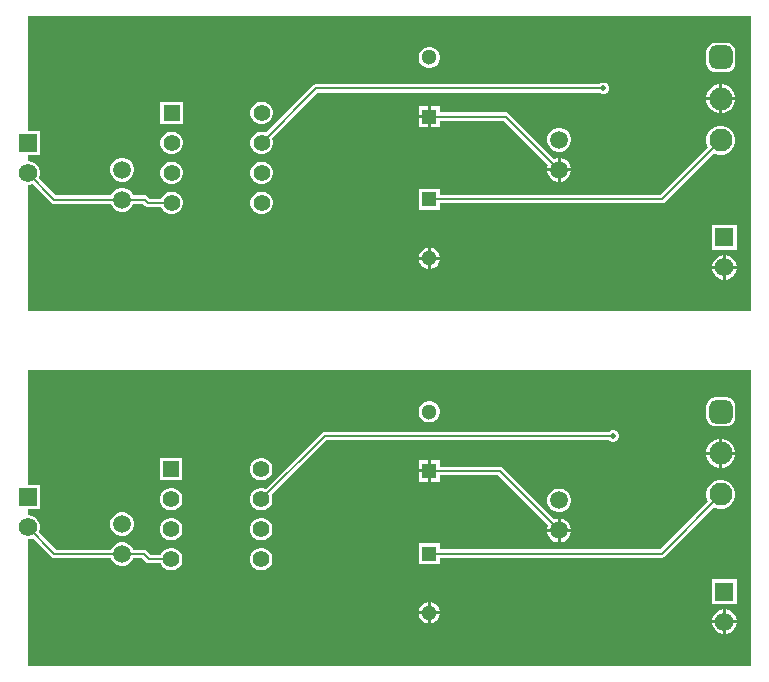
<source format=gbl>
G04*
G04 #@! TF.GenerationSoftware,Altium Limited,Altium Designer,23.1.1 (15)*
G04*
G04 Layer_Physical_Order=2*
G04 Layer_Color=16711680*
%FSLAX42Y42*%
%MOMM*%
G71*
G04*
G04 #@! TF.SameCoordinates,2A6C1220-FB5B-44CC-9D41-84C089C77491*
G04*
G04*
G04 #@! TF.FilePolarity,Positive*
G04*
G01*
G75*
%ADD12C,0.20*%
%ADD31R,1.40X1.40*%
%ADD32C,1.40*%
%ADD33R,1.57X1.57*%
%ADD34R,1.30X1.30*%
%ADD35C,1.30*%
%ADD39C,1.57*%
%ADD41C,1.95*%
G04:AMPARAMS|DCode=42|XSize=1.95mm|YSize=1.95mm|CornerRadius=0.49mm|HoleSize=0mm|Usage=FLASHONLY|Rotation=270.000|XOffset=0mm|YOffset=0mm|HoleType=Round|Shape=RoundedRectangle|*
%AMROUNDEDRECTD42*
21,1,1.95,0.98,0,0,270.0*
21,1,0.98,1.95,0,0,270.0*
1,1,0.98,-0.49,-0.49*
1,1,0.98,-0.49,0.49*
1,1,0.98,0.49,0.49*
1,1,0.98,0.49,-0.49*
%
%ADD42ROUNDEDRECTD42*%
%ADD43C,1.50*%
%ADD44C,0.50*%
G36*
X6625Y3100D02*
X500D01*
Y4169D01*
X514D01*
X540Y4177D01*
X544Y4179D01*
X702Y4021D01*
X713Y4013D01*
X727Y4010D01*
X1206D01*
X1207Y4007D01*
X1220Y3985D01*
X1239Y3966D01*
X1261Y3953D01*
X1287Y3946D01*
X1313D01*
X1339Y3953D01*
X1361Y3966D01*
X1380Y3985D01*
X1393Y4007D01*
X1394Y4010D01*
X1479D01*
X1496Y3994D01*
X1508Y3986D01*
X1521Y3983D01*
X1630D01*
X1630Y3982D01*
X1643Y3961D01*
X1661Y3943D01*
X1682Y3930D01*
X1706Y3924D01*
X1732D01*
X1756Y3930D01*
X1777Y3943D01*
X1795Y3961D01*
X1808Y3982D01*
X1814Y4006D01*
Y4032D01*
X1808Y4056D01*
X1795Y4077D01*
X1777Y4095D01*
X1756Y4108D01*
X1732Y4114D01*
X1706D01*
X1682Y4108D01*
X1661Y4095D01*
X1643Y4077D01*
X1630Y4056D01*
X1630Y4055D01*
X1536D01*
X1519Y4071D01*
X1508Y4079D01*
X1494Y4082D01*
X1394D01*
X1393Y4085D01*
X1380Y4107D01*
X1361Y4126D01*
X1339Y4139D01*
X1313Y4146D01*
X1287D01*
X1261Y4139D01*
X1239Y4126D01*
X1220Y4107D01*
X1207Y4085D01*
X1206Y4082D01*
X742D01*
X594Y4229D01*
X596Y4233D01*
X603Y4259D01*
Y4287D01*
X596Y4313D01*
X583Y4337D01*
X564Y4356D01*
X540Y4369D01*
X514Y4376D01*
X500D01*
Y4423D01*
X603D01*
Y4630D01*
X500D01*
Y5600D01*
X6625D01*
Y3100D01*
D02*
G37*
G36*
Y100D02*
X500D01*
Y1169D01*
X514D01*
X540Y1177D01*
X544Y1179D01*
X702Y1021D01*
X713Y1013D01*
X727Y1010D01*
X1206D01*
X1207Y1007D01*
X1220Y985D01*
X1239Y966D01*
X1261Y953D01*
X1287Y946D01*
X1313D01*
X1339Y953D01*
X1361Y966D01*
X1380Y985D01*
X1393Y1007D01*
X1394Y1010D01*
X1469D01*
X1503Y977D01*
X1515Y969D01*
X1528Y966D01*
X1626D01*
X1627Y965D01*
X1639Y944D01*
X1657Y926D01*
X1679Y913D01*
X1703Y907D01*
X1728D01*
X1752Y913D01*
X1774Y926D01*
X1791Y944D01*
X1804Y965D01*
X1810Y989D01*
Y1014D01*
X1804Y1039D01*
X1791Y1060D01*
X1774Y1078D01*
X1752Y1090D01*
X1728Y1097D01*
X1703D01*
X1679Y1090D01*
X1657Y1078D01*
X1639Y1060D01*
X1627Y1039D01*
X1626Y1038D01*
X1543D01*
X1509Y1071D01*
X1498Y1079D01*
X1484Y1082D01*
X1394D01*
X1393Y1085D01*
X1380Y1107D01*
X1361Y1126D01*
X1339Y1139D01*
X1313Y1146D01*
X1287D01*
X1261Y1139D01*
X1239Y1126D01*
X1220Y1107D01*
X1207Y1085D01*
X1206Y1082D01*
X742D01*
X594Y1229D01*
X596Y1233D01*
X603Y1259D01*
Y1287D01*
X596Y1313D01*
X583Y1337D01*
X564Y1356D01*
X540Y1369D01*
X514Y1377D01*
X500D01*
Y1423D01*
X603D01*
Y1631D01*
X500D01*
Y2600D01*
X6625D01*
Y100D01*
D02*
G37*
%LPC*%
G36*
X3912Y5340D02*
X3888D01*
X3865Y5334D01*
X3845Y5322D01*
X3828Y5305D01*
X3816Y5285D01*
X3810Y5262D01*
Y5238D01*
X3816Y5215D01*
X3828Y5195D01*
X3845Y5178D01*
X3865Y5166D01*
X3888Y5160D01*
X3912D01*
X3935Y5166D01*
X3955Y5178D01*
X3972Y5195D01*
X3984Y5215D01*
X3990Y5238D01*
Y5262D01*
X3984Y5285D01*
X3972Y5305D01*
X3955Y5322D01*
X3935Y5334D01*
X3912Y5340D01*
D02*
G37*
G36*
X6419Y5373D02*
X6321D01*
X6302Y5371D01*
X6284Y5363D01*
X6269Y5351D01*
X6257Y5336D01*
X6249Y5318D01*
X6247Y5299D01*
Y5201D01*
X6249Y5182D01*
X6257Y5164D01*
X6269Y5149D01*
X6284Y5137D01*
X6302Y5129D01*
X6321Y5127D01*
X6419D01*
X6438Y5129D01*
X6456Y5137D01*
X6471Y5149D01*
X6483Y5164D01*
X6491Y5182D01*
X6493Y5201D01*
Y5299D01*
X6491Y5318D01*
X6483Y5336D01*
X6471Y5351D01*
X6456Y5363D01*
X6438Y5371D01*
X6419Y5373D01*
D02*
G37*
G36*
X5385Y5038D02*
X5365D01*
X5347Y5031D01*
X5340Y5024D01*
X2942D01*
X2929Y5021D01*
X2917Y5014D01*
X2519Y4615D01*
X2518Y4616D01*
X2494Y4622D01*
X2468D01*
X2444Y4616D01*
X2423Y4603D01*
X2405Y4585D01*
X2392Y4564D01*
X2386Y4540D01*
Y4514D01*
X2392Y4490D01*
X2405Y4469D01*
X2423Y4451D01*
X2444Y4438D01*
X2468Y4432D01*
X2494D01*
X2518Y4438D01*
X2539Y4451D01*
X2557Y4469D01*
X2570Y4490D01*
X2576Y4514D01*
Y4540D01*
X2570Y4564D01*
X2569Y4565D01*
X2957Y4953D01*
X5340D01*
X5347Y4946D01*
X5365Y4938D01*
X5385D01*
X5404Y4946D01*
X5418Y4960D01*
X5425Y4978D01*
Y4998D01*
X5418Y5017D01*
X5404Y5031D01*
X5385Y5038D01*
D02*
G37*
G36*
X6386Y5023D02*
X6383D01*
Y4913D01*
X6493D01*
Y4916D01*
X6485Y4947D01*
X6468Y4975D01*
X6445Y4998D01*
X6417Y5015D01*
X6386Y5023D01*
D02*
G37*
G36*
X6357D02*
X6354D01*
X6323Y5015D01*
X6295Y4998D01*
X6272Y4975D01*
X6255Y4947D01*
X6247Y4916D01*
Y4913D01*
X6357D01*
Y5023D01*
D02*
G37*
G36*
X6493Y4887D02*
X6383D01*
Y4777D01*
X6386D01*
X6417Y4785D01*
X6445Y4802D01*
X6468Y4825D01*
X6485Y4853D01*
X6493Y4884D01*
Y4887D01*
D02*
G37*
G36*
X6357D02*
X6247D01*
Y4884D01*
X6255Y4853D01*
X6272Y4825D01*
X6295Y4802D01*
X6323Y4785D01*
X6354Y4777D01*
X6357D01*
Y4887D01*
D02*
G37*
G36*
X3887Y4840D02*
X3810D01*
Y4763D01*
X3887D01*
Y4840D01*
D02*
G37*
G36*
X2494Y4876D02*
X2468D01*
X2444Y4870D01*
X2423Y4857D01*
X2405Y4839D01*
X2392Y4818D01*
X2386Y4794D01*
Y4768D01*
X2392Y4744D01*
X2405Y4723D01*
X2423Y4705D01*
X2444Y4692D01*
X2468Y4686D01*
X2494D01*
X2518Y4692D01*
X2539Y4705D01*
X2557Y4723D01*
X2570Y4744D01*
X2576Y4768D01*
Y4794D01*
X2570Y4818D01*
X2557Y4839D01*
X2539Y4857D01*
X2518Y4870D01*
X2494Y4876D01*
D02*
G37*
G36*
X1814D02*
X1624D01*
Y4686D01*
X1814D01*
Y4876D01*
D02*
G37*
G36*
X3887Y4737D02*
X3810D01*
Y4660D01*
X3887D01*
Y4737D01*
D02*
G37*
G36*
X5013Y4654D02*
X4987D01*
X4961Y4647D01*
X4939Y4634D01*
X4920Y4615D01*
X4907Y4593D01*
X4900Y4567D01*
Y4541D01*
X4907Y4515D01*
X4920Y4493D01*
X4939Y4474D01*
X4961Y4461D01*
X4987Y4454D01*
X5013D01*
X5039Y4461D01*
X5061Y4474D01*
X5080Y4493D01*
X5093Y4515D01*
X5100Y4541D01*
Y4567D01*
X5093Y4593D01*
X5080Y4615D01*
X5061Y4634D01*
X5039Y4647D01*
X5013Y4654D01*
D02*
G37*
G36*
X1732Y4622D02*
X1706D01*
X1682Y4616D01*
X1661Y4603D01*
X1643Y4585D01*
X1630Y4564D01*
X1624Y4540D01*
Y4514D01*
X1630Y4490D01*
X1643Y4469D01*
X1661Y4451D01*
X1682Y4438D01*
X1706Y4432D01*
X1732D01*
X1756Y4438D01*
X1777Y4451D01*
X1795Y4469D01*
X1808Y4490D01*
X1814Y4514D01*
Y4540D01*
X1808Y4564D01*
X1795Y4585D01*
X1777Y4603D01*
X1756Y4616D01*
X1732Y4622D01*
D02*
G37*
G36*
X6386Y4672D02*
X6354D01*
X6323Y4664D01*
X6295Y4648D01*
X6272Y4625D01*
X6256Y4597D01*
X6248Y4566D01*
Y4534D01*
X6256Y4503D01*
X6262Y4492D01*
X5855Y4086D01*
X3990D01*
Y4140D01*
X3810D01*
Y3960D01*
X3990D01*
Y4014D01*
X5870D01*
X5884Y4017D01*
X5895Y4025D01*
X6312Y4442D01*
X6323Y4436D01*
X6354Y4427D01*
X6386D01*
X6417Y4436D01*
X6445Y4452D01*
X6468Y4475D01*
X6484Y4503D01*
X6493Y4534D01*
Y4566D01*
X6484Y4597D01*
X6468Y4625D01*
X6445Y4648D01*
X6417Y4664D01*
X6386Y4672D01*
D02*
G37*
G36*
X5013Y4400D02*
X5013D01*
Y4313D01*
X5100D01*
Y4313D01*
X5094Y4339D01*
X5080Y4362D01*
X5062Y4380D01*
X5039Y4394D01*
X5013Y4400D01*
D02*
G37*
G36*
X3990Y4840D02*
X3913D01*
Y4750D01*
Y4660D01*
X3990D01*
Y4714D01*
X4535D01*
X4908Y4342D01*
X4906Y4339D01*
X4900Y4313D01*
Y4313D01*
X4987D01*
Y4400D01*
X4987D01*
X4961Y4394D01*
X4958Y4392D01*
X4575Y4775D01*
X4564Y4783D01*
X4550Y4786D01*
X3990D01*
Y4840D01*
D02*
G37*
G36*
X1313Y4400D02*
X1287D01*
X1261Y4393D01*
X1239Y4380D01*
X1220Y4361D01*
X1207Y4339D01*
X1200Y4313D01*
Y4287D01*
X1207Y4261D01*
X1220Y4239D01*
X1239Y4220D01*
X1261Y4207D01*
X1287Y4200D01*
X1313D01*
X1339Y4207D01*
X1361Y4220D01*
X1380Y4239D01*
X1393Y4261D01*
X1400Y4287D01*
Y4313D01*
X1393Y4339D01*
X1380Y4361D01*
X1361Y4380D01*
X1339Y4393D01*
X1313Y4400D01*
D02*
G37*
G36*
X5100Y4287D02*
X5013D01*
Y4200D01*
X5013D01*
X5039Y4206D01*
X5062Y4220D01*
X5080Y4238D01*
X5094Y4261D01*
X5100Y4287D01*
Y4287D01*
D02*
G37*
G36*
X4987D02*
X4900D01*
Y4287D01*
X4906Y4261D01*
X4920Y4238D01*
X4938Y4220D01*
X4961Y4206D01*
X4987Y4200D01*
X4987D01*
Y4287D01*
D02*
G37*
G36*
X2494Y4368D02*
X2468D01*
X2444Y4362D01*
X2423Y4349D01*
X2405Y4331D01*
X2392Y4310D01*
X2386Y4286D01*
Y4260D01*
X2392Y4236D01*
X2405Y4215D01*
X2423Y4197D01*
X2444Y4184D01*
X2468Y4178D01*
X2494D01*
X2518Y4184D01*
X2539Y4197D01*
X2557Y4215D01*
X2570Y4236D01*
X2576Y4260D01*
Y4286D01*
X2570Y4310D01*
X2557Y4331D01*
X2539Y4349D01*
X2518Y4362D01*
X2494Y4368D01*
D02*
G37*
G36*
X1732D02*
X1706D01*
X1682Y4362D01*
X1661Y4349D01*
X1643Y4331D01*
X1630Y4310D01*
X1624Y4286D01*
Y4260D01*
X1630Y4236D01*
X1643Y4215D01*
X1661Y4197D01*
X1682Y4184D01*
X1706Y4178D01*
X1732D01*
X1756Y4184D01*
X1777Y4197D01*
X1795Y4215D01*
X1808Y4236D01*
X1814Y4260D01*
Y4286D01*
X1808Y4310D01*
X1795Y4331D01*
X1777Y4349D01*
X1756Y4362D01*
X1732Y4368D01*
D02*
G37*
G36*
X2494Y4114D02*
X2468D01*
X2444Y4108D01*
X2423Y4095D01*
X2405Y4077D01*
X2392Y4056D01*
X2386Y4032D01*
Y4006D01*
X2392Y3982D01*
X2405Y3961D01*
X2423Y3943D01*
X2444Y3930D01*
X2468Y3924D01*
X2494D01*
X2518Y3930D01*
X2539Y3943D01*
X2557Y3961D01*
X2570Y3982D01*
X2576Y4006D01*
Y4032D01*
X2570Y4056D01*
X2557Y4077D01*
X2539Y4095D01*
X2518Y4108D01*
X2494Y4114D01*
D02*
G37*
G36*
X6504Y3831D02*
X6297D01*
Y3624D01*
X6504D01*
Y3831D01*
D02*
G37*
G36*
X3913Y3640D02*
Y3563D01*
X3990D01*
X3984Y3585D01*
X3972Y3606D01*
X3956Y3622D01*
X3935Y3634D01*
X3913Y3640D01*
D02*
G37*
G36*
X3887D02*
X3865Y3634D01*
X3844Y3622D01*
X3828Y3606D01*
X3816Y3585D01*
X3810Y3563D01*
X3887D01*
Y3640D01*
D02*
G37*
G36*
X6414Y3577D02*
X6413D01*
Y3486D01*
X6504D01*
Y3487D01*
X6497Y3513D01*
X6483Y3537D01*
X6464Y3556D01*
X6440Y3570D01*
X6414Y3577D01*
D02*
G37*
G36*
X6387D02*
X6386D01*
X6360Y3570D01*
X6336Y3556D01*
X6317Y3537D01*
X6303Y3513D01*
X6296Y3487D01*
Y3486D01*
X6387D01*
Y3577D01*
D02*
G37*
G36*
X3990Y3537D02*
X3913D01*
Y3460D01*
X3935Y3466D01*
X3956Y3478D01*
X3972Y3494D01*
X3984Y3515D01*
X3990Y3537D01*
D02*
G37*
G36*
X3887D02*
X3810D01*
X3816Y3515D01*
X3828Y3494D01*
X3844Y3478D01*
X3865Y3466D01*
X3887Y3460D01*
Y3537D01*
D02*
G37*
G36*
X6504Y3460D02*
X6413D01*
Y3369D01*
X6414D01*
X6440Y3376D01*
X6464Y3390D01*
X6483Y3409D01*
X6497Y3433D01*
X6504Y3459D01*
Y3460D01*
D02*
G37*
G36*
X6387D02*
X6296D01*
Y3459D01*
X6303Y3433D01*
X6317Y3409D01*
X6336Y3390D01*
X6360Y3376D01*
X6386Y3369D01*
X6387D01*
Y3460D01*
D02*
G37*
G36*
X3912Y2340D02*
X3888D01*
X3865Y2334D01*
X3845Y2322D01*
X3828Y2305D01*
X3816Y2285D01*
X3810Y2262D01*
Y2238D01*
X3816Y2215D01*
X3828Y2195D01*
X3845Y2178D01*
X3865Y2166D01*
X3888Y2160D01*
X3912D01*
X3935Y2166D01*
X3955Y2178D01*
X3972Y2195D01*
X3984Y2215D01*
X3990Y2238D01*
Y2262D01*
X3984Y2285D01*
X3972Y2305D01*
X3955Y2322D01*
X3935Y2334D01*
X3912Y2340D01*
D02*
G37*
G36*
X6419Y2373D02*
X6321D01*
X6302Y2371D01*
X6284Y2363D01*
X6269Y2351D01*
X6257Y2336D01*
X6249Y2318D01*
X6247Y2299D01*
Y2201D01*
X6249Y2182D01*
X6257Y2164D01*
X6269Y2149D01*
X6284Y2137D01*
X6302Y2129D01*
X6321Y2127D01*
X6419D01*
X6438Y2129D01*
X6456Y2137D01*
X6471Y2149D01*
X6483Y2164D01*
X6491Y2182D01*
X6493Y2201D01*
Y2299D01*
X6491Y2318D01*
X6483Y2336D01*
X6471Y2351D01*
X6456Y2363D01*
X6438Y2371D01*
X6419Y2373D01*
D02*
G37*
G36*
X5467Y2097D02*
X5448D01*
X5429Y2089D01*
X5422Y2083D01*
X3014D01*
X3001Y2080D01*
X2989Y2072D01*
X2515Y1598D01*
X2514Y1598D01*
X2490Y1605D01*
X2465D01*
X2441Y1598D01*
X2419Y1586D01*
X2401Y1568D01*
X2389Y1547D01*
X2382Y1522D01*
Y1497D01*
X2389Y1473D01*
X2401Y1452D01*
X2419Y1434D01*
X2441Y1421D01*
X2465Y1415D01*
X2490D01*
X2514Y1421D01*
X2536Y1434D01*
X2553Y1452D01*
X2566Y1473D01*
X2572Y1497D01*
Y1522D01*
X2566Y1547D01*
X2565Y1547D01*
X3029Y2011D01*
X5422D01*
X5429Y2005D01*
X5448Y1997D01*
X5467D01*
X5486Y2005D01*
X5500Y2019D01*
X5507Y2037D01*
Y2057D01*
X5500Y2075D01*
X5486Y2089D01*
X5467Y2097D01*
D02*
G37*
G36*
X6386Y2023D02*
X6383D01*
Y1913D01*
X6493D01*
Y1916D01*
X6485Y1947D01*
X6468Y1975D01*
X6445Y1998D01*
X6417Y2015D01*
X6386Y2023D01*
D02*
G37*
G36*
X6357D02*
X6354D01*
X6323Y2015D01*
X6295Y1998D01*
X6272Y1975D01*
X6255Y1947D01*
X6247Y1916D01*
Y1913D01*
X6357D01*
Y2023D01*
D02*
G37*
G36*
X6493Y1887D02*
X6383D01*
Y1777D01*
X6386D01*
X6417Y1785D01*
X6445Y1802D01*
X6468Y1825D01*
X6485Y1853D01*
X6493Y1884D01*
Y1887D01*
D02*
G37*
G36*
X6357D02*
X6247D01*
Y1884D01*
X6255Y1853D01*
X6272Y1825D01*
X6295Y1802D01*
X6323Y1785D01*
X6354Y1777D01*
X6357D01*
Y1887D01*
D02*
G37*
G36*
X3887Y1840D02*
X3810D01*
Y1763D01*
X3887D01*
Y1840D01*
D02*
G37*
G36*
X2490Y1859D02*
X2465D01*
X2441Y1852D01*
X2419Y1840D01*
X2401Y1822D01*
X2389Y1801D01*
X2382Y1776D01*
Y1751D01*
X2389Y1727D01*
X2401Y1706D01*
X2419Y1688D01*
X2441Y1675D01*
X2465Y1669D01*
X2490D01*
X2514Y1675D01*
X2536Y1688D01*
X2553Y1706D01*
X2566Y1727D01*
X2572Y1751D01*
Y1776D01*
X2566Y1801D01*
X2553Y1822D01*
X2536Y1840D01*
X2514Y1852D01*
X2490Y1859D01*
D02*
G37*
G36*
X1810D02*
X1620D01*
Y1669D01*
X1810D01*
Y1859D01*
D02*
G37*
G36*
X3887Y1737D02*
X3810D01*
Y1660D01*
X3887D01*
Y1737D01*
D02*
G37*
G36*
X6386Y1672D02*
X6354D01*
X6323Y1664D01*
X6295Y1648D01*
X6272Y1625D01*
X6256Y1597D01*
X6248Y1566D01*
Y1534D01*
X6256Y1503D01*
X6262Y1492D01*
X5855Y1086D01*
X3990D01*
Y1140D01*
X3810D01*
Y960D01*
X3990D01*
Y1014D01*
X5870D01*
X5884Y1017D01*
X5895Y1025D01*
X6312Y1442D01*
X6323Y1436D01*
X6354Y1427D01*
X6386D01*
X6417Y1436D01*
X6445Y1452D01*
X6468Y1475D01*
X6484Y1503D01*
X6493Y1534D01*
Y1566D01*
X6484Y1597D01*
X6468Y1625D01*
X6445Y1648D01*
X6417Y1664D01*
X6386Y1672D01*
D02*
G37*
G36*
X1728Y1605D02*
X1703D01*
X1679Y1598D01*
X1657Y1586D01*
X1639Y1568D01*
X1627Y1547D01*
X1620Y1522D01*
Y1497D01*
X1627Y1473D01*
X1639Y1452D01*
X1657Y1434D01*
X1679Y1421D01*
X1703Y1415D01*
X1728D01*
X1752Y1421D01*
X1774Y1434D01*
X1791Y1452D01*
X1804Y1473D01*
X1810Y1497D01*
Y1522D01*
X1804Y1547D01*
X1791Y1568D01*
X1774Y1586D01*
X1752Y1598D01*
X1728Y1605D01*
D02*
G37*
G36*
X5013Y1600D02*
X4987D01*
X4961Y1593D01*
X4939Y1580D01*
X4920Y1561D01*
X4907Y1539D01*
X4900Y1513D01*
Y1487D01*
X4907Y1461D01*
X4920Y1439D01*
X4939Y1420D01*
X4961Y1407D01*
X4987Y1400D01*
X5013D01*
X5039Y1407D01*
X5061Y1420D01*
X5080Y1439D01*
X5093Y1461D01*
X5100Y1487D01*
Y1513D01*
X5093Y1539D01*
X5080Y1561D01*
X5061Y1580D01*
X5039Y1593D01*
X5013Y1600D01*
D02*
G37*
G36*
X5013Y1346D02*
X5013D01*
Y1259D01*
X5100D01*
Y1259D01*
X5094Y1285D01*
X5080Y1308D01*
X5062Y1326D01*
X5039Y1340D01*
X5013Y1346D01*
D02*
G37*
G36*
X3990Y1840D02*
X3913D01*
Y1750D01*
Y1660D01*
X3990D01*
Y1714D01*
X4481D01*
X4908Y1288D01*
X4906Y1285D01*
X4900Y1259D01*
Y1259D01*
X4987D01*
Y1346D01*
X4987D01*
X4961Y1340D01*
X4958Y1338D01*
X4521Y1775D01*
X4510Y1783D01*
X4496Y1786D01*
X3990D01*
Y1840D01*
D02*
G37*
G36*
X1313Y1400D02*
X1287D01*
X1261Y1393D01*
X1239Y1380D01*
X1220Y1361D01*
X1207Y1339D01*
X1200Y1313D01*
Y1287D01*
X1207Y1261D01*
X1220Y1239D01*
X1239Y1220D01*
X1261Y1207D01*
X1287Y1200D01*
X1313D01*
X1339Y1207D01*
X1361Y1220D01*
X1380Y1239D01*
X1393Y1261D01*
X1400Y1287D01*
Y1313D01*
X1393Y1339D01*
X1380Y1361D01*
X1361Y1380D01*
X1339Y1393D01*
X1313Y1400D01*
D02*
G37*
G36*
X2490Y1351D02*
X2465D01*
X2441Y1344D01*
X2419Y1332D01*
X2401Y1314D01*
X2389Y1293D01*
X2382Y1268D01*
Y1243D01*
X2389Y1219D01*
X2401Y1198D01*
X2419Y1180D01*
X2441Y1167D01*
X2465Y1161D01*
X2490D01*
X2514Y1167D01*
X2536Y1180D01*
X2553Y1198D01*
X2566Y1219D01*
X2572Y1243D01*
Y1268D01*
X2566Y1293D01*
X2553Y1314D01*
X2536Y1332D01*
X2514Y1344D01*
X2490Y1351D01*
D02*
G37*
G36*
X1728D02*
X1703D01*
X1679Y1344D01*
X1657Y1332D01*
X1639Y1314D01*
X1627Y1293D01*
X1620Y1268D01*
Y1243D01*
X1627Y1219D01*
X1639Y1198D01*
X1657Y1180D01*
X1679Y1167D01*
X1703Y1161D01*
X1728D01*
X1752Y1167D01*
X1774Y1180D01*
X1791Y1198D01*
X1804Y1219D01*
X1810Y1243D01*
Y1268D01*
X1804Y1293D01*
X1791Y1314D01*
X1774Y1332D01*
X1752Y1344D01*
X1728Y1351D01*
D02*
G37*
G36*
X5100Y1233D02*
X5013D01*
Y1146D01*
X5013D01*
X5039Y1152D01*
X5062Y1166D01*
X5080Y1184D01*
X5094Y1207D01*
X5100Y1233D01*
Y1233D01*
D02*
G37*
G36*
X4987D02*
X4900D01*
Y1233D01*
X4906Y1207D01*
X4920Y1184D01*
X4938Y1166D01*
X4961Y1152D01*
X4987Y1146D01*
X4987D01*
Y1233D01*
D02*
G37*
G36*
X2490Y1097D02*
X2465D01*
X2441Y1090D01*
X2419Y1078D01*
X2401Y1060D01*
X2389Y1039D01*
X2382Y1014D01*
Y989D01*
X2389Y965D01*
X2401Y944D01*
X2419Y926D01*
X2441Y913D01*
X2465Y907D01*
X2490D01*
X2514Y913D01*
X2536Y926D01*
X2553Y944D01*
X2566Y965D01*
X2572Y989D01*
Y1014D01*
X2566Y1039D01*
X2553Y1060D01*
X2536Y1078D01*
X2514Y1090D01*
X2490Y1097D01*
D02*
G37*
G36*
X6504Y831D02*
X6297D01*
Y624D01*
X6504D01*
Y831D01*
D02*
G37*
G36*
X3913Y640D02*
Y563D01*
X3990D01*
X3984Y585D01*
X3972Y606D01*
X3956Y622D01*
X3935Y634D01*
X3913Y640D01*
D02*
G37*
G36*
X3887D02*
X3865Y634D01*
X3844Y622D01*
X3828Y606D01*
X3816Y585D01*
X3810Y563D01*
X3887D01*
Y640D01*
D02*
G37*
G36*
X6414Y577D02*
X6413D01*
Y486D01*
X6504D01*
Y487D01*
X6497Y513D01*
X6483Y537D01*
X6464Y556D01*
X6440Y570D01*
X6414Y577D01*
D02*
G37*
G36*
X6387D02*
X6386D01*
X6360Y570D01*
X6336Y556D01*
X6317Y537D01*
X6303Y513D01*
X6296Y487D01*
Y486D01*
X6387D01*
Y577D01*
D02*
G37*
G36*
X3990Y537D02*
X3913D01*
Y460D01*
X3935Y466D01*
X3956Y478D01*
X3972Y494D01*
X3984Y515D01*
X3990Y537D01*
D02*
G37*
G36*
X3887D02*
X3810D01*
X3816Y515D01*
X3828Y494D01*
X3844Y478D01*
X3865Y466D01*
X3887Y460D01*
Y537D01*
D02*
G37*
G36*
X6504Y460D02*
X6413D01*
Y369D01*
X6414D01*
X6440Y376D01*
X6464Y390D01*
X6483Y409D01*
X6497Y433D01*
X6504Y459D01*
Y460D01*
D02*
G37*
G36*
X6387D02*
X6296D01*
Y459D01*
X6303Y433D01*
X6317Y409D01*
X6336Y390D01*
X6360Y376D01*
X6386Y369D01*
X6387D01*
Y460D01*
D02*
G37*
%LPD*%
D12*
X727Y4046D02*
X1300D01*
X500Y4273D02*
X727Y4046D01*
X3900Y4050D02*
X5870D01*
X6370Y4550D01*
X3900Y1750D02*
X4496D01*
X5000Y1246D01*
X727Y1046D02*
X1300D01*
X500Y1273D02*
X727Y1046D01*
X2477Y1510D02*
X3014Y2047D01*
X5457D01*
X5870Y1050D02*
X6370Y1550D01*
X3900Y1050D02*
X5870D01*
X4550Y4750D02*
X5000Y4300D01*
X3900Y4750D02*
X4550D01*
X2942Y4988D02*
X5375D01*
X2481Y4527D02*
X2942Y4988D01*
X1521Y4019D02*
X1719D01*
X1494Y4046D02*
X1521Y4019D01*
X1300Y4046D02*
X1494D01*
X1528Y1002D02*
X1715D01*
X1484Y1046D02*
X1528Y1002D01*
X1300Y1046D02*
X1484D01*
D31*
X1715Y1764D02*
D03*
X1719Y4781D02*
D03*
D32*
X1715Y1510D02*
D03*
Y1256D02*
D03*
Y1002D02*
D03*
X2477D02*
D03*
Y1256D02*
D03*
Y1510D02*
D03*
Y1764D02*
D03*
X2481Y4781D02*
D03*
Y4527D02*
D03*
Y4273D02*
D03*
Y4019D02*
D03*
X1719D02*
D03*
Y4273D02*
D03*
Y4527D02*
D03*
D33*
X500D02*
D03*
Y1527D02*
D03*
X6400Y727D02*
D03*
X6400Y3727D02*
D03*
D34*
X3900Y4050D02*
D03*
Y4750D02*
D03*
X3900Y1750D02*
D03*
Y1050D02*
D03*
D35*
X3900Y5250D02*
D03*
X3900Y2250D02*
D03*
Y550D02*
D03*
X3900Y3550D02*
D03*
D39*
X6400Y473D02*
D03*
X500Y1273D02*
D03*
Y4273D02*
D03*
X6400Y3473D02*
D03*
D41*
X6370Y1550D02*
D03*
Y1900D02*
D03*
X6370Y4550D02*
D03*
Y4900D02*
D03*
D42*
X6370Y2250D02*
D03*
X6370Y5250D02*
D03*
D43*
X5000Y1246D02*
D03*
Y1500D02*
D03*
X1300Y1046D02*
D03*
Y1300D02*
D03*
X5000Y4300D02*
D03*
Y4554D02*
D03*
X1300Y4046D02*
D03*
Y4300D02*
D03*
D44*
X5457Y2047D02*
D03*
X5375Y4988D02*
D03*
M02*

</source>
